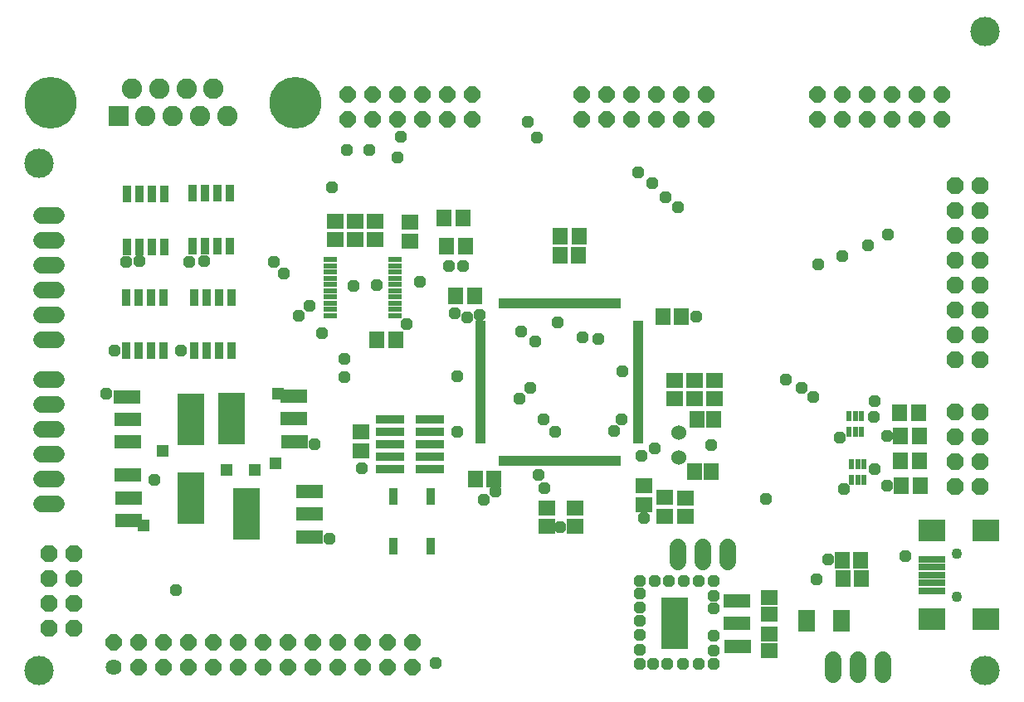
<source format=gts>
G75*
%MOIN*%
%OFA0B0*%
%FSLAX24Y24*%
%IPPOS*%
%LPD*%
%AMOC8*
5,1,8,0,0,1.08239X$1,22.5*
%
%ADD10C,0.1182*%
%ADD11R,0.0434X0.0198*%
%ADD12R,0.0198X0.0434*%
%ADD13R,0.1080X0.2080*%
%ADD14R,0.1080X0.0580*%
%ADD15R,0.0671X0.0592*%
%ADD16C,0.0640*%
%ADD17OC8,0.0640*%
%ADD18R,0.0592X0.0671*%
%ADD19C,0.0680*%
%ADD20R,0.1064X0.0277*%
%ADD21R,0.1064X0.0867*%
%ADD22C,0.0434*%
%ADD23R,0.0671X0.0907*%
%ADD24R,0.1180X0.0380*%
%ADD25OC8,0.0680*%
%ADD26R,0.0237X0.0395*%
%ADD27R,0.0330X0.0680*%
%ADD28R,0.0820X0.0820*%
%ADD29C,0.0820*%
%ADD30C,0.2080*%
%ADD31R,0.0570X0.0200*%
%ADD32R,0.0380X0.0680*%
%ADD33C,0.0600*%
%ADD34OC8,0.0476*%
%ADD35R,0.0476X0.0476*%
D10*
X001180Y001474D03*
X001180Y021874D03*
X039155Y027174D03*
X039155Y001474D03*
D11*
X025249Y010711D03*
X025249Y010908D03*
X025249Y011105D03*
X025249Y011302D03*
X025249Y011499D03*
X025249Y011696D03*
X025249Y011892D03*
X025249Y012089D03*
X025249Y012286D03*
X025249Y012483D03*
X025249Y012680D03*
X025249Y012877D03*
X025249Y013074D03*
X025249Y013270D03*
X025249Y013467D03*
X025249Y013664D03*
X025249Y013861D03*
X025249Y014058D03*
X025249Y014255D03*
X025249Y014452D03*
X025249Y014648D03*
X025249Y014845D03*
X025249Y015042D03*
X025249Y015239D03*
X025249Y015436D03*
X018911Y015436D03*
X018911Y015239D03*
X018911Y015042D03*
X018911Y014845D03*
X018911Y014648D03*
X018911Y014452D03*
X018911Y014255D03*
X018911Y014058D03*
X018911Y013861D03*
X018911Y013664D03*
X018911Y013467D03*
X018911Y013270D03*
X018911Y013074D03*
X018911Y012877D03*
X018911Y012680D03*
X018911Y012483D03*
X018911Y012286D03*
X018911Y012089D03*
X018911Y011892D03*
X018911Y011696D03*
X018911Y011499D03*
X018911Y011302D03*
X018911Y011105D03*
X018911Y010908D03*
X018911Y010711D03*
D12*
X019718Y009904D03*
X019915Y009904D03*
X020111Y009904D03*
X020308Y009904D03*
X020505Y009904D03*
X020702Y009904D03*
X020899Y009904D03*
X021096Y009904D03*
X021293Y009904D03*
X021489Y009904D03*
X021686Y009904D03*
X021883Y009904D03*
X022080Y009904D03*
X022277Y009904D03*
X022474Y009904D03*
X022671Y009904D03*
X022867Y009904D03*
X023064Y009904D03*
X023261Y009904D03*
X023458Y009904D03*
X023655Y009904D03*
X023852Y009904D03*
X024049Y009904D03*
X024245Y009904D03*
X024442Y009904D03*
X024442Y016243D03*
X024245Y016243D03*
X024049Y016243D03*
X023852Y016243D03*
X023655Y016243D03*
X023458Y016243D03*
X023261Y016243D03*
X023064Y016243D03*
X022867Y016243D03*
X022671Y016243D03*
X022474Y016243D03*
X022277Y016243D03*
X022080Y016243D03*
X021883Y016243D03*
X021686Y016243D03*
X021489Y016243D03*
X021293Y016243D03*
X021096Y016243D03*
X020899Y016243D03*
X020702Y016243D03*
X020505Y016243D03*
X020308Y016243D03*
X020111Y016243D03*
X019915Y016243D03*
X019718Y016243D03*
D13*
X008886Y011597D03*
X007255Y011569D03*
X007270Y008424D03*
X009505Y007774D03*
X026696Y003369D03*
D14*
X029215Y003369D03*
X029215Y004273D03*
X029235Y002445D03*
X012044Y006850D03*
X012025Y007774D03*
X012025Y008678D03*
X011425Y010673D03*
X011405Y011597D03*
X011405Y012501D03*
X004716Y012493D03*
X004736Y011569D03*
X004736Y010665D03*
X004730Y009347D03*
X004750Y008424D03*
X004750Y007520D03*
D15*
X014105Y010325D03*
X014105Y011073D03*
X021556Y008018D03*
X021556Y007270D03*
X022706Y007270D03*
X022706Y008018D03*
X025475Y008153D03*
X026297Y008432D03*
X026297Y007684D03*
X027119Y007669D03*
X027119Y008417D03*
X025475Y008902D03*
X026705Y012400D03*
X026705Y013148D03*
X027505Y013148D03*
X027505Y012400D03*
X028305Y012400D03*
X028305Y013148D03*
X030499Y004416D03*
X030499Y003747D03*
X030499Y002935D03*
X030499Y002265D03*
X016071Y018760D03*
X016071Y019508D03*
X014680Y019548D03*
X014680Y018800D03*
X013880Y018800D03*
X013880Y019548D03*
X013080Y019548D03*
X013080Y018800D03*
D16*
X004180Y001617D03*
D17*
X005180Y001617D03*
X005180Y002617D03*
X004180Y002617D03*
X006180Y002617D03*
X007180Y002617D03*
X008180Y002617D03*
X009180Y002617D03*
X010180Y002617D03*
X011180Y002617D03*
X012180Y002617D03*
X013180Y002617D03*
X014180Y002617D03*
X015180Y002617D03*
X016180Y002617D03*
X016180Y001617D03*
X015180Y001617D03*
X014180Y001617D03*
X013180Y001617D03*
X012180Y001617D03*
X011180Y001617D03*
X010180Y001617D03*
X009180Y001617D03*
X008180Y001617D03*
X007180Y001617D03*
X006180Y001617D03*
X022974Y023630D03*
X023974Y023630D03*
X024974Y023630D03*
X025974Y023630D03*
X026974Y023630D03*
X027974Y023630D03*
X027974Y024630D03*
X026974Y024630D03*
X025974Y024630D03*
X024974Y024630D03*
X023974Y024630D03*
X022974Y024630D03*
X018561Y024647D03*
X017561Y024647D03*
X017561Y023647D03*
X018561Y023647D03*
X016561Y023647D03*
X015561Y023647D03*
X015561Y024647D03*
X016561Y024647D03*
X014561Y024647D03*
X013561Y024647D03*
X013561Y023647D03*
X014561Y023647D03*
X032448Y023645D03*
X033448Y023645D03*
X033448Y024645D03*
X032448Y024645D03*
X034448Y024645D03*
X035448Y024645D03*
X036448Y024645D03*
X037448Y024645D03*
X037448Y023645D03*
X036448Y023645D03*
X035448Y023645D03*
X034448Y023645D03*
D18*
X026979Y015699D03*
X026231Y015699D03*
X022840Y018181D03*
X022092Y018181D03*
X022113Y018942D03*
X022861Y018942D03*
X018654Y016549D03*
X017906Y016549D03*
X015490Y014774D03*
X014742Y014774D03*
X017542Y018539D03*
X018290Y018539D03*
X018190Y019677D03*
X017442Y019677D03*
X027598Y011574D03*
X028267Y011574D03*
X028171Y009476D03*
X027501Y009476D03*
X033429Y005909D03*
X034177Y005909D03*
X034202Y005170D03*
X033454Y005170D03*
X035806Y008899D03*
X036554Y008899D03*
X036529Y009924D03*
X035781Y009924D03*
X035781Y010899D03*
X036529Y010899D03*
X036483Y011834D03*
X035735Y011834D03*
X019437Y009169D03*
X018689Y009169D03*
D19*
X026837Y006442D02*
X026837Y005842D01*
X027837Y005842D02*
X027837Y006442D01*
X028837Y006442D02*
X028837Y005842D01*
X033080Y001899D02*
X033080Y001299D01*
X034080Y001299D02*
X034080Y001899D01*
X035080Y001899D02*
X035080Y001299D01*
X001880Y008174D02*
X001280Y008174D01*
X001280Y009174D02*
X001880Y009174D01*
X001880Y010174D02*
X001280Y010174D01*
X001280Y011174D02*
X001880Y011174D01*
X001880Y012174D02*
X001280Y012174D01*
X001280Y013174D02*
X001880Y013174D01*
X001880Y014774D02*
X001280Y014774D01*
X001280Y015774D02*
X001880Y015774D01*
X001880Y016774D02*
X001280Y016774D01*
X001280Y017774D02*
X001880Y017774D01*
X001880Y018774D02*
X001280Y018774D01*
X001280Y019774D02*
X001880Y019774D01*
D20*
X037046Y005953D03*
X037046Y005639D03*
X037046Y005324D03*
X037046Y005009D03*
X037046Y004694D03*
D21*
X037046Y003552D03*
X039211Y003552D03*
X039211Y007095D03*
X037046Y007095D03*
D22*
X038030Y006190D03*
X038030Y004457D03*
D23*
X033416Y003478D03*
X031998Y003478D03*
D24*
X016866Y009584D03*
X016866Y010084D03*
X016866Y010584D03*
X016866Y011084D03*
X016866Y011584D03*
X015266Y011584D03*
X015266Y011084D03*
X015266Y010584D03*
X015266Y010084D03*
X015266Y009584D03*
D25*
X002580Y006174D03*
X001580Y006174D03*
X001580Y005174D03*
X002580Y005174D03*
X002580Y004174D03*
X001580Y004174D03*
X001580Y003174D03*
X002580Y003174D03*
X037980Y008874D03*
X038980Y008874D03*
X038980Y009874D03*
X038980Y010874D03*
X038980Y011874D03*
X037980Y011874D03*
X037980Y010874D03*
X037980Y009874D03*
X037980Y013974D03*
X037980Y014974D03*
X038980Y014974D03*
X038980Y013974D03*
X038980Y015974D03*
X038980Y016974D03*
X038980Y017974D03*
X038980Y018974D03*
X037980Y018974D03*
X037980Y017974D03*
X037980Y016974D03*
X037980Y015974D03*
X037980Y019974D03*
X037980Y020974D03*
X038980Y020974D03*
X038980Y019974D03*
D26*
X034211Y011714D03*
X033955Y011714D03*
X033699Y011714D03*
X033699Y011084D03*
X033955Y011084D03*
X034211Y011084D03*
X034311Y009764D03*
X034055Y009764D03*
X033799Y009764D03*
X033799Y009134D03*
X034055Y009134D03*
X034311Y009134D03*
D27*
X008895Y014342D03*
X008395Y014342D03*
X007895Y014342D03*
X007395Y014342D03*
X006170Y014342D03*
X005670Y014342D03*
X005170Y014342D03*
X004670Y014342D03*
X004670Y016464D03*
X005170Y016464D03*
X005670Y016464D03*
X006170Y016464D03*
X007395Y016464D03*
X007895Y016464D03*
X008395Y016464D03*
X008895Y016464D03*
X008820Y018542D03*
X008320Y018542D03*
X007820Y018542D03*
X007320Y018542D03*
X006195Y018517D03*
X005695Y018517D03*
X005195Y018517D03*
X004695Y018517D03*
X004695Y020639D03*
X005195Y020639D03*
X005695Y020639D03*
X006195Y020639D03*
X007320Y020664D03*
X007820Y020664D03*
X008320Y020664D03*
X008820Y020664D03*
D28*
X004359Y023768D03*
D29*
X005449Y023768D03*
X006540Y023768D03*
X007630Y023768D03*
X008721Y023768D03*
X008174Y024886D03*
X007083Y024886D03*
X005997Y024886D03*
X004906Y024886D03*
D30*
X001619Y024327D03*
X011461Y024327D03*
D31*
X012880Y017998D03*
X012880Y017748D03*
X012880Y017498D03*
X012880Y017248D03*
X012880Y016998D03*
X012880Y016748D03*
X012880Y016498D03*
X012880Y016248D03*
X012880Y015998D03*
X012880Y015748D03*
X015480Y015748D03*
X015480Y015998D03*
X015480Y016248D03*
X015480Y016498D03*
X015480Y016748D03*
X015480Y016998D03*
X015480Y017248D03*
X015480Y017498D03*
X015480Y017748D03*
X015480Y017998D03*
D32*
X015400Y008475D03*
X016900Y008475D03*
X016900Y006475D03*
X015400Y006475D03*
D33*
X026873Y010052D03*
X026873Y011052D03*
D34*
X025889Y010395D03*
X025377Y010119D03*
X024274Y011103D03*
X024550Y011576D03*
X021912Y011064D03*
X021440Y011576D03*
X020456Y012403D03*
X020889Y012836D03*
X021086Y014726D03*
X020534Y015119D03*
X021991Y015474D03*
X023015Y014883D03*
X023645Y014804D03*
X024589Y013505D03*
X027582Y015710D03*
X031164Y013190D03*
X031794Y012836D03*
X032267Y012481D03*
X033330Y010828D03*
X034708Y011694D03*
X034747Y012324D03*
X035219Y010899D03*
X034747Y009568D03*
X035219Y008899D03*
X033487Y008781D03*
X030377Y008387D03*
X028172Y010552D03*
X025456Y007600D03*
X025298Y005080D03*
X025889Y005080D03*
X026479Y005080D03*
X027070Y005080D03*
X027660Y005080D03*
X028251Y005080D03*
X028251Y004489D03*
X028251Y003977D03*
X028251Y002875D03*
X028251Y002285D03*
X028251Y001733D03*
X027660Y001733D03*
X027030Y001733D03*
X026400Y001733D03*
X025849Y001733D03*
X025298Y001733D03*
X025298Y002324D03*
X025298Y002915D03*
X025298Y003466D03*
X025298Y004017D03*
X025298Y004568D03*
X026715Y003977D03*
X026715Y003387D03*
X026755Y002757D03*
X032385Y005159D03*
X032857Y005946D03*
X035967Y006064D03*
X022109Y007245D03*
X021479Y008820D03*
X021243Y009332D03*
X019511Y008663D03*
X019038Y008348D03*
X017975Y011064D03*
X017975Y013308D03*
X015928Y015395D03*
X016479Y017127D03*
X017621Y017757D03*
X018211Y017757D03*
X017880Y015846D03*
X018380Y015674D03*
X018880Y015774D03*
X014747Y016970D03*
X013802Y016930D03*
X012030Y016143D03*
X011597Y015749D03*
X012542Y015040D03*
X013448Y014017D03*
X013448Y013269D03*
X012227Y010592D03*
X014117Y009607D03*
X012818Y006773D03*
X006676Y004726D03*
X005810Y009135D03*
X003881Y012600D03*
X004196Y014332D03*
X006873Y014332D03*
X011007Y017442D03*
X010613Y017915D03*
X007795Y017928D03*
X007188Y017915D03*
X005195Y017928D03*
X004668Y017915D03*
X012936Y020907D03*
X013526Y022403D03*
X014432Y022403D03*
X015574Y022127D03*
X015692Y022954D03*
X020810Y023544D03*
X021164Y022915D03*
X025219Y021497D03*
X025810Y021064D03*
X026322Y020513D03*
X026834Y020119D03*
X032463Y017796D03*
X033448Y018151D03*
X034471Y018584D03*
X035259Y019017D03*
X017109Y001773D03*
D35*
X010652Y009804D03*
X009826Y009529D03*
X008684Y009529D03*
X006125Y010316D03*
X005377Y007324D03*
X010771Y012600D03*
M02*

</source>
